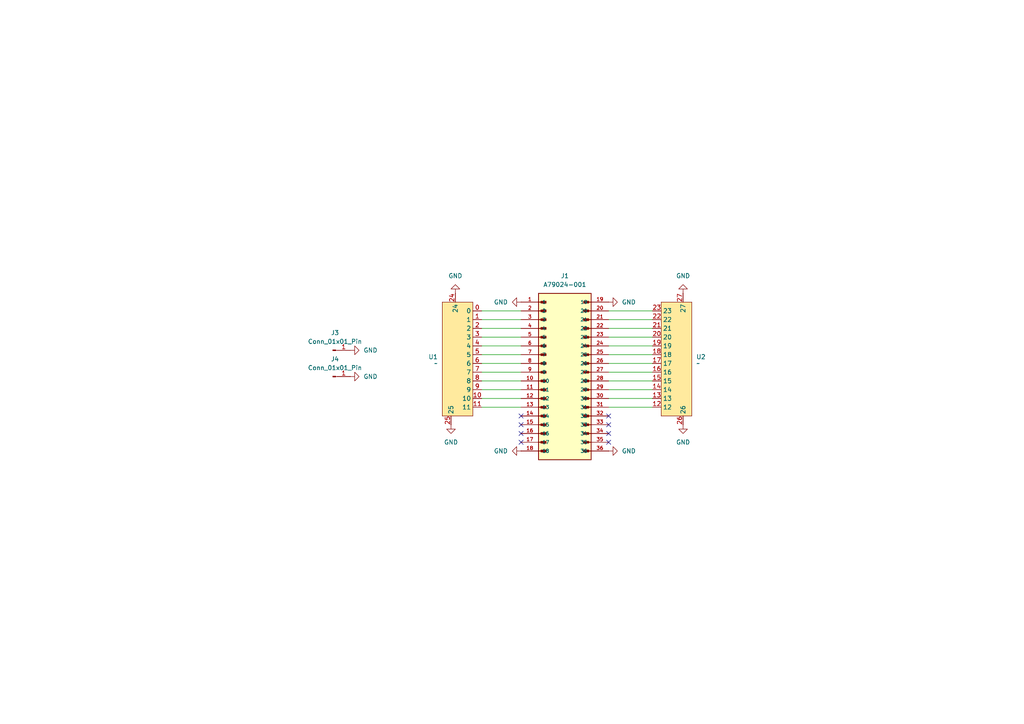
<source format=kicad_sch>
(kicad_sch
	(version 20250114)
	(generator "eeschema")
	(generator_version "9.0")
	(uuid "48b282e1-d1dc-4755-bd87-660842c9744a")
	(paper "A4")
	(lib_symbols
		(symbol "36pin omnetics:A79024-001"
			(pin_names
				(offset 1.016)
			)
			(exclude_from_sim no)
			(in_bom yes)
			(on_board yes)
			(property "Reference" "J"
				(at -7.62 24.13 0)
				(effects
					(font
						(size 1.27 1.27)
					)
					(justify left bottom)
				)
			)
			(property "Value" "A79024-001"
				(at -7.62 -27.94 0)
				(effects
					(font
						(size 1.27 1.27)
					)
					(justify left bottom)
				)
			)
			(property "Footprint" "A79024-001:OMNETICS_A79024-001"
				(at 0 0 0)
				(effects
					(font
						(size 1.27 1.27)
					)
					(justify bottom)
					(hide yes)
				)
			)
			(property "Datasheet" ""
				(at 0 0 0)
				(effects
					(font
						(size 1.27 1.27)
					)
					(hide yes)
				)
			)
			(property "Description" ""
				(at 0 0 0)
				(effects
					(font
						(size 1.27 1.27)
					)
					(hide yes)
				)
			)
			(property "PARTREV" "D"
				(at 0 0 0)
				(effects
					(font
						(size 1.27 1.27)
					)
					(justify bottom)
					(hide yes)
				)
			)
			(property "STANDARD" "Manufacturer Recommendations"
				(at 0 0 0)
				(effects
					(font
						(size 1.27 1.27)
					)
					(justify bottom)
					(hide yes)
				)
			)
			(property "MAXIMUM_PACKAGE_HEIGHT" "1.78mm"
				(at 0 0 0)
				(effects
					(font
						(size 1.27 1.27)
					)
					(justify bottom)
					(hide yes)
				)
			)
			(property "MANUFACTURER" "Omnetics"
				(at 0 0 0)
				(effects
					(font
						(size 1.27 1.27)
					)
					(justify bottom)
					(hide yes)
				)
			)
			(symbol "A79024-001_0_0"
				(polyline
					(pts
						(xy -7.62 20.32) (xy -5.715 20.32)
					)
					(stroke
						(width 0.254)
						(type default)
					)
					(fill
						(type none)
					)
				)
				(polyline
					(pts
						(xy -7.62 17.78) (xy -5.715 17.78)
					)
					(stroke
						(width 0.254)
						(type default)
					)
					(fill
						(type none)
					)
				)
				(polyline
					(pts
						(xy -7.62 15.24) (xy -5.715 15.24)
					)
					(stroke
						(width 0.254)
						(type default)
					)
					(fill
						(type none)
					)
				)
				(polyline
					(pts
						(xy -7.62 12.7) (xy -5.715 12.7)
					)
					(stroke
						(width 0.254)
						(type default)
					)
					(fill
						(type none)
					)
				)
				(polyline
					(pts
						(xy -7.62 10.16) (xy -5.715 10.16)
					)
					(stroke
						(width 0.254)
						(type default)
					)
					(fill
						(type none)
					)
				)
				(polyline
					(pts
						(xy -7.62 7.62) (xy -5.715 7.62)
					)
					(stroke
						(width 0.254)
						(type default)
					)
					(fill
						(type none)
					)
				)
				(polyline
					(pts
						(xy -7.62 5.08) (xy -5.715 5.08)
					)
					(stroke
						(width 0.254)
						(type default)
					)
					(fill
						(type none)
					)
				)
				(polyline
					(pts
						(xy -7.62 2.54) (xy -5.715 2.54)
					)
					(stroke
						(width 0.254)
						(type default)
					)
					(fill
						(type none)
					)
				)
				(polyline
					(pts
						(xy -7.62 0) (xy -5.715 0)
					)
					(stroke
						(width 0.254)
						(type default)
					)
					(fill
						(type none)
					)
				)
				(polyline
					(pts
						(xy -7.62 -2.54) (xy -5.715 -2.54)
					)
					(stroke
						(width 0.254)
						(type default)
					)
					(fill
						(type none)
					)
				)
				(polyline
					(pts
						(xy -7.62 -5.08) (xy -5.715 -5.08)
					)
					(stroke
						(width 0.254)
						(type default)
					)
					(fill
						(type none)
					)
				)
				(polyline
					(pts
						(xy -7.62 -7.62) (xy -5.715 -7.62)
					)
					(stroke
						(width 0.254)
						(type default)
					)
					(fill
						(type none)
					)
				)
				(polyline
					(pts
						(xy -7.62 -10.16) (xy -5.715 -10.16)
					)
					(stroke
						(width 0.254)
						(type default)
					)
					(fill
						(type none)
					)
				)
				(polyline
					(pts
						(xy -7.62 -12.7) (xy -5.715 -12.7)
					)
					(stroke
						(width 0.254)
						(type default)
					)
					(fill
						(type none)
					)
				)
				(polyline
					(pts
						(xy -7.62 -15.24) (xy -5.715 -15.24)
					)
					(stroke
						(width 0.254)
						(type default)
					)
					(fill
						(type none)
					)
				)
				(polyline
					(pts
						(xy -7.62 -17.78) (xy -5.715 -17.78)
					)
					(stroke
						(width 0.254)
						(type default)
					)
					(fill
						(type none)
					)
				)
				(polyline
					(pts
						(xy -7.62 -20.32) (xy -5.715 -20.32)
					)
					(stroke
						(width 0.254)
						(type default)
					)
					(fill
						(type none)
					)
				)
				(polyline
					(pts
						(xy -7.62 -22.86) (xy -5.715 -22.86)
					)
					(stroke
						(width 0.254)
						(type default)
					)
					(fill
						(type none)
					)
				)
				(rectangle
					(start -7.62 -25.4)
					(end 7.62 22.86)
					(stroke
						(width 0.254)
						(type default)
					)
					(fill
						(type background)
					)
				)
				(rectangle
					(start -6.985 20.0025)
					(end -5.3975 20.6375)
					(stroke
						(width 0.1)
						(type default)
					)
					(fill
						(type outline)
					)
				)
				(rectangle
					(start -6.985 17.4625)
					(end -5.3975 18.0975)
					(stroke
						(width 0.1)
						(type default)
					)
					(fill
						(type outline)
					)
				)
				(rectangle
					(start -6.985 14.9225)
					(end -5.3975 15.5575)
					(stroke
						(width 0.1)
						(type default)
					)
					(fill
						(type outline)
					)
				)
				(rectangle
					(start -6.985 12.3825)
					(end -5.3975 13.0175)
					(stroke
						(width 0.1)
						(type default)
					)
					(fill
						(type outline)
					)
				)
				(rectangle
					(start -6.985 9.8425)
					(end -5.3975 10.4775)
					(stroke
						(width 0.1)
						(type default)
					)
					(fill
						(type outline)
					)
				)
				(rectangle
					(start -6.985 7.3025)
					(end -5.3975 7.9375)
					(stroke
						(width 0.1)
						(type default)
					)
					(fill
						(type outline)
					)
				)
				(rectangle
					(start -6.985 4.7625)
					(end -5.3975 5.3975)
					(stroke
						(width 0.1)
						(type default)
					)
					(fill
						(type outline)
					)
				)
				(rectangle
					(start -6.985 2.2225)
					(end -5.3975 2.8575)
					(stroke
						(width 0.1)
						(type default)
					)
					(fill
						(type outline)
					)
				)
				(rectangle
					(start -6.985 -0.3175)
					(end -5.3975 0.3175)
					(stroke
						(width 0.1)
						(type default)
					)
					(fill
						(type outline)
					)
				)
				(rectangle
					(start -6.985 -2.8575)
					(end -5.3975 -2.2225)
					(stroke
						(width 0.1)
						(type default)
					)
					(fill
						(type outline)
					)
				)
				(rectangle
					(start -6.985 -5.3975)
					(end -5.3975 -4.7625)
					(stroke
						(width 0.1)
						(type default)
					)
					(fill
						(type outline)
					)
				)
				(rectangle
					(start -6.985 -7.9375)
					(end -5.3975 -7.3025)
					(stroke
						(width 0.1)
						(type default)
					)
					(fill
						(type outline)
					)
				)
				(rectangle
					(start -6.985 -10.4775)
					(end -5.3975 -9.8425)
					(stroke
						(width 0.1)
						(type default)
					)
					(fill
						(type outline)
					)
				)
				(rectangle
					(start -6.985 -13.0175)
					(end -5.3975 -12.3825)
					(stroke
						(width 0.1)
						(type default)
					)
					(fill
						(type outline)
					)
				)
				(rectangle
					(start -6.985 -15.5575)
					(end -5.3975 -14.9225)
					(stroke
						(width 0.1)
						(type default)
					)
					(fill
						(type outline)
					)
				)
				(rectangle
					(start -6.985 -18.0975)
					(end -5.3975 -17.4625)
					(stroke
						(width 0.1)
						(type default)
					)
					(fill
						(type outline)
					)
				)
				(rectangle
					(start -6.985 -20.6375)
					(end -5.3975 -20.0025)
					(stroke
						(width 0.1)
						(type default)
					)
					(fill
						(type outline)
					)
				)
				(rectangle
					(start -6.985 -23.1775)
					(end -5.3975 -22.5425)
					(stroke
						(width 0.1)
						(type default)
					)
					(fill
						(type outline)
					)
				)
				(rectangle
					(start 5.3975 20.0025)
					(end 6.985 20.6375)
					(stroke
						(width 0.1)
						(type default)
					)
					(fill
						(type outline)
					)
				)
				(rectangle
					(start 5.3975 17.4625)
					(end 6.985 18.0975)
					(stroke
						(width 0.1)
						(type default)
					)
					(fill
						(type outline)
					)
				)
				(rectangle
					(start 5.3975 14.9225)
					(end 6.985 15.5575)
					(stroke
						(width 0.1)
						(type default)
					)
					(fill
						(type outline)
					)
				)
				(rectangle
					(start 5.3975 12.3825)
					(end 6.985 13.0175)
					(stroke
						(width 0.1)
						(type default)
					)
					(fill
						(type outline)
					)
				)
				(rectangle
					(start 5.3975 9.8425)
					(end 6.985 10.4775)
					(stroke
						(width 0.1)
						(type default)
					)
					(fill
						(type outline)
					)
				)
				(rectangle
					(start 5.3975 7.3025)
					(end 6.985 7.9375)
					(stroke
						(width 0.1)
						(type default)
					)
					(fill
						(type outline)
					)
				)
				(rectangle
					(start 5.3975 4.7625)
					(end 6.985 5.3975)
					(stroke
						(width 0.1)
						(type default)
					)
					(fill
						(type outline)
					)
				)
				(rectangle
					(start 5.3975 2.2225)
					(end 6.985 2.8575)
					(stroke
						(width 0.1)
						(type default)
					)
					(fill
						(type outline)
					)
				)
				(rectangle
					(start 5.3975 -0.3175)
					(end 6.985 0.3175)
					(stroke
						(width 0.1)
						(type default)
					)
					(fill
						(type outline)
					)
				)
				(rectangle
					(start 5.3975 -2.8575)
					(end 6.985 -2.2225)
					(stroke
						(width 0.1)
						(type default)
					)
					(fill
						(type outline)
					)
				)
				(rectangle
					(start 5.3975 -5.3975)
					(end 6.985 -4.7625)
					(stroke
						(width 0.1)
						(type default)
					)
					(fill
						(type outline)
					)
				)
				(rectangle
					(start 5.3975 -7.9375)
					(end 6.985 -7.3025)
					(stroke
						(width 0.1)
						(type default)
					)
					(fill
						(type outline)
					)
				)
				(rectangle
					(start 5.3975 -10.4775)
					(end 6.985 -9.8425)
					(stroke
						(width 0.1)
						(type default)
					)
					(fill
						(type outline)
					)
				)
				(rectangle
					(start 5.3975 -13.0175)
					(end 6.985 -12.3825)
					(stroke
						(width 0.1)
						(type default)
					)
					(fill
						(type outline)
					)
				)
				(rectangle
					(start 5.3975 -15.5575)
					(end 6.985 -14.9225)
					(stroke
						(width 0.1)
						(type default)
					)
					(fill
						(type outline)
					)
				)
				(rectangle
					(start 5.3975 -18.0975)
					(end 6.985 -17.4625)
					(stroke
						(width 0.1)
						(type default)
					)
					(fill
						(type outline)
					)
				)
				(rectangle
					(start 5.3975 -20.6375)
					(end 6.985 -20.0025)
					(stroke
						(width 0.1)
						(type default)
					)
					(fill
						(type outline)
					)
				)
				(rectangle
					(start 5.3975 -23.1775)
					(end 6.985 -22.5425)
					(stroke
						(width 0.1)
						(type default)
					)
					(fill
						(type outline)
					)
				)
				(polyline
					(pts
						(xy 7.62 20.32) (xy 5.715 20.32)
					)
					(stroke
						(width 0.254)
						(type default)
					)
					(fill
						(type none)
					)
				)
				(polyline
					(pts
						(xy 7.62 17.78) (xy 5.715 17.78)
					)
					(stroke
						(width 0.254)
						(type default)
					)
					(fill
						(type none)
					)
				)
				(polyline
					(pts
						(xy 7.62 15.24) (xy 5.715 15.24)
					)
					(stroke
						(width 0.254)
						(type default)
					)
					(fill
						(type none)
					)
				)
				(polyline
					(pts
						(xy 7.62 12.7) (xy 5.715 12.7)
					)
					(stroke
						(width 0.254)
						(type default)
					)
					(fill
						(type none)
					)
				)
				(polyline
					(pts
						(xy 7.62 10.16) (xy 5.715 10.16)
					)
					(stroke
						(width 0.254)
						(type default)
					)
					(fill
						(type none)
					)
				)
				(polyline
					(pts
						(xy 7.62 7.62) (xy 5.715 7.62)
					)
					(stroke
						(width 0.254)
						(type default)
					)
					(fill
						(type none)
					)
				)
				(polyline
					(pts
						(xy 7.62 5.08) (xy 5.715 5.08)
					)
					(stroke
						(width 0.254)
						(type default)
					)
					(fill
						(type none)
					)
				)
				(polyline
					(pts
						(xy 7.62 2.54) (xy 5.715 2.54)
					)
					(stroke
						(width 0.254)
						(type default)
					)
					(fill
						(type none)
					)
				)
				(polyline
					(pts
						(xy 7.62 0) (xy 5.715 0)
					)
					(stroke
						(width 0.254)
						(type default)
					)
					(fill
						(type none)
					)
				)
				(polyline
					(pts
						(xy 7.62 -2.54) (xy 5.715 -2.54)
					)
					(stroke
						(width 0.254)
						(type default)
					)
					(fill
						(type none)
					)
				)
				(polyline
					(pts
						(xy 7.62 -5.08) (xy 5.715 -5.08)
					)
					(stroke
						(width 0.254)
						(type default)
					)
					(fill
						(type none)
					)
				)
				(polyline
					(pts
						(xy 7.62 -7.62) (xy 5.715 -7.62)
					)
					(stroke
						(width 0.254)
						(type default)
					)
					(fill
						(type none)
					)
				)
				(polyline
					(pts
						(xy 7.62 -10.16) (xy 5.715 -10.16)
					)
					(stroke
						(width 0.254)
						(type default)
					)
					(fill
						(type none)
					)
				)
				(polyline
					(pts
						(xy 7.62 -12.7) (xy 5.715 -12.7)
					)
					(stroke
						(width 0.254)
						(type default)
					)
					(fill
						(type none)
					)
				)
				(polyline
					(pts
						(xy 7.62 -15.24) (xy 5.715 -15.24)
					)
					(stroke
						(width 0.254)
						(type default)
					)
					(fill
						(type none)
					)
				)
				(polyline
					(pts
						(xy 7.62 -17.78) (xy 5.715 -17.78)
					)
					(stroke
						(width 0.254)
						(type default)
					)
					(fill
						(type none)
					)
				)
				(polyline
					(pts
						(xy 7.62 -20.32) (xy 5.715 -20.32)
					)
					(stroke
						(width 0.254)
						(type default)
					)
					(fill
						(type none)
					)
				)
				(polyline
					(pts
						(xy 7.62 -22.86) (xy 5.715 -22.86)
					)
					(stroke
						(width 0.254)
						(type default)
					)
					(fill
						(type none)
					)
				)
				(pin passive line
					(at -12.7 20.32 0)
					(length 5.08)
					(name "1"
						(effects
							(font
								(size 1.016 1.016)
							)
						)
					)
					(number "1"
						(effects
							(font
								(size 1.016 1.016)
							)
						)
					)
				)
				(pin passive line
					(at -12.7 17.78 0)
					(length 5.08)
					(name "2"
						(effects
							(font
								(size 1.016 1.016)
							)
						)
					)
					(number "2"
						(effects
							(font
								(size 1.016 1.016)
							)
						)
					)
				)
				(pin passive line
					(at -12.7 15.24 0)
					(length 5.08)
					(name "3"
						(effects
							(font
								(size 1.016 1.016)
							)
						)
					)
					(number "3"
						(effects
							(font
								(size 1.016 1.016)
							)
						)
					)
				)
				(pin passive line
					(at -12.7 12.7 0)
					(length 5.08)
					(name "4"
						(effects
							(font
								(size 1.016 1.016)
							)
						)
					)
					(number "4"
						(effects
							(font
								(size 1.016 1.016)
							)
						)
					)
				)
				(pin passive line
					(at -12.7 10.16 0)
					(length 5.08)
					(name "5"
						(effects
							(font
								(size 1.016 1.016)
							)
						)
					)
					(number "5"
						(effects
							(font
								(size 1.016 1.016)
							)
						)
					)
				)
				(pin passive line
					(at -12.7 7.62 0)
					(length 5.08)
					(name "6"
						(effects
							(font
								(size 1.016 1.016)
							)
						)
					)
					(number "6"
						(effects
							(font
								(size 1.016 1.016)
							)
						)
					)
				)
				(pin passive line
					(at -12.7 5.08 0)
					(length 5.08)
					(name "7"
						(effects
							(font
								(size 1.016 1.016)
							)
						)
					)
					(number "7"
						(effects
							(font
								(size 1.016 1.016)
							)
						)
					)
				)
				(pin passive line
					(at -12.7 2.54 0)
					(length 5.08)
					(name "8"
						(effects
							(font
								(size 1.016 1.016)
							)
						)
					)
					(number "8"
						(effects
							(font
								(size 1.016 1.016)
							)
						)
					)
				)
				(pin passive line
					(at -12.7 0 0)
					(length 5.08)
					(name "9"
						(effects
							(font
								(size 1.016 1.016)
							)
						)
					)
					(number "9"
						(effects
							(font
								(size 1.016 1.016)
							)
						)
					)
				)
				(pin passive line
					(at -12.7 -2.54 0)
					(length 5.08)
					(name "10"
						(effects
							(font
								(size 1.016 1.016)
							)
						)
					)
					(number "10"
						(effects
							(font
								(size 1.016 1.016)
							)
						)
					)
				)
				(pin passive line
					(at -12.7 -5.08 0)
					(length 5.08)
					(name "11"
						(effects
							(font
								(size 1.016 1.016)
							)
						)
					)
					(number "11"
						(effects
							(font
								(size 1.016 1.016)
							)
						)
					)
				)
				(pin passive line
					(at -12.7 -7.62 0)
					(length 5.08)
					(name "12"
						(effects
							(font
								(size 1.016 1.016)
							)
						)
					)
					(number "12"
						(effects
							(font
								(size 1.016 1.016)
							)
						)
					)
				)
				(pin passive line
					(at -12.7 -10.16 0)
					(length 5.08)
					(name "13"
						(effects
							(font
								(size 1.016 1.016)
							)
						)
					)
					(number "13"
						(effects
							(font
								(size 1.016 1.016)
							)
						)
					)
				)
				(pin passive line
					(at -12.7 -12.7 0)
					(length 5.08)
					(name "14"
						(effects
							(font
								(size 1.016 1.016)
							)
						)
					)
					(number "14"
						(effects
							(font
								(size 1.016 1.016)
							)
						)
					)
				)
				(pin passive line
					(at -12.7 -15.24 0)
					(length 5.08)
					(name "15"
						(effects
							(font
								(size 1.016 1.016)
							)
						)
					)
					(number "15"
						(effects
							(font
								(size 1.016 1.016)
							)
						)
					)
				)
				(pin passive line
					(at -12.7 -17.78 0)
					(length 5.08)
					(name "16"
						(effects
							(font
								(size 1.016 1.016)
							)
						)
					)
					(number "16"
						(effects
							(font
								(size 1.016 1.016)
							)
						)
					)
				)
				(pin passive line
					(at -12.7 -20.32 0)
					(length 5.08)
					(name "17"
						(effects
							(font
								(size 1.016 1.016)
							)
						)
					)
					(number "17"
						(effects
							(font
								(size 1.016 1.016)
							)
						)
					)
				)
				(pin passive line
					(at -12.7 -22.86 0)
					(length 5.08)
					(name "18"
						(effects
							(font
								(size 1.016 1.016)
							)
						)
					)
					(number "18"
						(effects
							(font
								(size 1.016 1.016)
							)
						)
					)
				)
				(pin passive line
					(at 12.7 20.32 180)
					(length 5.08)
					(name "19"
						(effects
							(font
								(size 1.016 1.016)
							)
						)
					)
					(number "19"
						(effects
							(font
								(size 1.016 1.016)
							)
						)
					)
				)
				(pin passive line
					(at 12.7 17.78 180)
					(length 5.08)
					(name "20"
						(effects
							(font
								(size 1.016 1.016)
							)
						)
					)
					(number "20"
						(effects
							(font
								(size 1.016 1.016)
							)
						)
					)
				)
				(pin passive line
					(at 12.7 15.24 180)
					(length 5.08)
					(name "21"
						(effects
							(font
								(size 1.016 1.016)
							)
						)
					)
					(number "21"
						(effects
							(font
								(size 1.016 1.016)
							)
						)
					)
				)
				(pin passive line
					(at 12.7 12.7 180)
					(length 5.08)
					(name "22"
						(effects
							(font
								(size 1.016 1.016)
							)
						)
					)
					(number "22"
						(effects
							(font
								(size 1.016 1.016)
							)
						)
					)
				)
				(pin passive line
					(at 12.7 10.16 180)
					(length 5.08)
					(name "23"
						(effects
							(font
								(size 1.016 1.016)
							)
						)
					)
					(number "23"
						(effects
							(font
								(size 1.016 1.016)
							)
						)
					)
				)
				(pin passive line
					(at 12.7 7.62 180)
					(length 5.08)
					(name "24"
						(effects
							(font
								(size 1.016 1.016)
							)
						)
					)
					(number "24"
						(effects
							(font
								(size 1.016 1.016)
							)
						)
					)
				)
				(pin passive line
					(at 12.7 5.08 180)
					(length 5.08)
					(name "25"
						(effects
							(font
								(size 1.016 1.016)
							)
						)
					)
					(number "25"
						(effects
							(font
								(size 1.016 1.016)
							)
						)
					)
				)
				(pin passive line
					(at 12.7 2.54 180)
					(length 5.08)
					(name "26"
						(effects
							(font
								(size 1.016 1.016)
							)
						)
					)
					(number "26"
						(effects
							(font
								(size 1.016 1.016)
							)
						)
					)
				)
				(pin passive line
					(at 12.7 0 180)
					(length 5.08)
					(name "27"
						(effects
							(font
								(size 1.016 1.016)
							)
						)
					)
					(number "27"
						(effects
							(font
								(size 1.016 1.016)
							)
						)
					)
				)
				(pin passive line
					(at 12.7 -2.54 180)
					(length 5.08)
					(name "28"
						(effects
							(font
								(size 1.016 1.016)
							)
						)
					)
					(number "28"
						(effects
							(font
								(size 1.016 1.016)
							)
						)
					)
				)
				(pin passive line
					(at 12.7 -5.08 180)
					(length 5.08)
					(name "29"
						(effects
							(font
								(size 1.016 1.016)
							)
						)
					)
					(number "29"
						(effects
							(font
								(size 1.016 1.016)
							)
						)
					)
				)
				(pin passive line
					(at 12.7 -7.62 180)
					(length 5.08)
					(name "30"
						(effects
							(font
								(size 1.016 1.016)
							)
						)
					)
					(number "30"
						(effects
							(font
								(size 1.016 1.016)
							)
						)
					)
				)
				(pin passive line
					(at 12.7 -10.16 180)
					(length 5.08)
					(name "31"
						(effects
							(font
								(size 1.016 1.016)
							)
						)
					)
					(number "31"
						(effects
							(font
								(size 1.016 1.016)
							)
						)
					)
				)
				(pin passive line
					(at 12.7 -12.7 180)
					(length 5.08)
					(name "32"
						(effects
							(font
								(size 1.016 1.016)
							)
						)
					)
					(number "32"
						(effects
							(font
								(size 1.016 1.016)
							)
						)
					)
				)
				(pin passive line
					(at 12.7 -15.24 180)
					(length 5.08)
					(name "33"
						(effects
							(font
								(size 1.016 1.016)
							)
						)
					)
					(number "33"
						(effects
							(font
								(size 1.016 1.016)
							)
						)
					)
				)
				(pin passive line
					(at 12.7 -17.78 180)
					(length 5.08)
					(name "34"
						(effects
							(font
								(size 1.016 1.016)
							)
						)
					)
					(number "34"
						(effects
							(font
								(size 1.016 1.016)
							)
						)
					)
				)
				(pin passive line
					(at 12.7 -20.32 180)
					(length 5.08)
					(name "35"
						(effects
							(font
								(size 1.016 1.016)
							)
						)
					)
					(number "35"
						(effects
							(font
								(size 1.016 1.016)
							)
						)
					)
				)
				(pin passive line
					(at 12.7 -22.86 180)
					(length 5.08)
					(name "36"
						(effects
							(font
								(size 1.016 1.016)
							)
						)
					)
					(number "36"
						(effects
							(font
								(size 1.016 1.016)
							)
						)
					)
				)
			)
			(embedded_fonts no)
		)
		(symbol "Connector:Conn_01x01_Pin"
			(pin_names
				(offset 1.016)
				(hide yes)
			)
			(exclude_from_sim no)
			(in_bom yes)
			(on_board yes)
			(property "Reference" "J"
				(at 0 2.54 0)
				(effects
					(font
						(size 1.27 1.27)
					)
				)
			)
			(property "Value" "Conn_01x01_Pin"
				(at 0 -2.54 0)
				(effects
					(font
						(size 1.27 1.27)
					)
				)
			)
			(property "Footprint" ""
				(at 0 0 0)
				(effects
					(font
						(size 1.27 1.27)
					)
					(hide yes)
				)
			)
			(property "Datasheet" "~"
				(at 0 0 0)
				(effects
					(font
						(size 1.27 1.27)
					)
					(hide yes)
				)
			)
			(property "Description" "Generic connector, single row, 01x01, script generated"
				(at 0 0 0)
				(effects
					(font
						(size 1.27 1.27)
					)
					(hide yes)
				)
			)
			(property "ki_locked" ""
				(at 0 0 0)
				(effects
					(font
						(size 1.27 1.27)
					)
				)
			)
			(property "ki_keywords" "connector"
				(at 0 0 0)
				(effects
					(font
						(size 1.27 1.27)
					)
					(hide yes)
				)
			)
			(property "ki_fp_filters" "Connector*:*_1x??_*"
				(at 0 0 0)
				(effects
					(font
						(size 1.27 1.27)
					)
					(hide yes)
				)
			)
			(symbol "Conn_01x01_Pin_1_1"
				(rectangle
					(start 0.8636 0.127)
					(end 0 -0.127)
					(stroke
						(width 0.1524)
						(type default)
					)
					(fill
						(type outline)
					)
				)
				(polyline
					(pts
						(xy 1.27 0) (xy 0.8636 0)
					)
					(stroke
						(width 0.1524)
						(type default)
					)
					(fill
						(type none)
					)
				)
				(pin passive line
					(at 5.08 0 180)
					(length 3.81)
					(name "Pin_1"
						(effects
							(font
								(size 1.27 1.27)
							)
						)
					)
					(number "1"
						(effects
							(font
								(size 1.27 1.27)
							)
						)
					)
				)
			)
			(embedded_fonts no)
		)
		(symbol "USB plug:699C124-2A6-111_USB_first half"
			(exclude_from_sim no)
			(in_bom yes)
			(on_board yes)
			(property "Reference" "U1"
				(at -1.27 -15.8749 0)
				(effects
					(font
						(size 1.27 1.27)
					)
					(justify right)
				)
			)
			(property "Value" "~"
				(at -1.27 -17.78 0)
				(effects
					(font
						(size 1.27 1.27)
					)
					(justify right)
				)
			)
			(property "Footprint" "USBPlug:699C124-2A6-111 USB Plug_first half"
				(at -1.27 -34.29 0)
				(effects
					(font
						(size 1.27 1.27)
					)
					(hide yes)
				)
			)
			(property "Datasheet" ""
				(at 0 0 0)
				(effects
					(font
						(size 1.27 1.27)
					)
					(hide yes)
				)
			)
			(property "Description" ""
				(at 0 0 0)
				(effects
					(font
						(size 1.27 1.27)
					)
					(hide yes)
				)
			)
			(symbol "699C124-2A6-111_USB_first half_1_1"
				(rectangle
					(start 0 0)
					(end 8.89 -33.02)
					(stroke
						(width 0)
						(type solid)
					)
					(fill
						(type color)
						(color 255 234 158 1)
					)
				)
				(pin unspecified line
					(at 2.54 -35.56 90)
					(length 2.54)
					(name "25"
						(effects
							(font
								(size 1.27 1.27)
							)
						)
					)
					(number "25"
						(effects
							(font
								(size 1.27 1.27)
							)
						)
					)
				)
				(pin unspecified line
					(at 3.81 2.54 270)
					(length 2.54)
					(name "24"
						(effects
							(font
								(size 1.27 1.27)
							)
						)
					)
					(number "24"
						(effects
							(font
								(size 1.27 1.27)
							)
						)
					)
				)
				(pin unspecified line
					(at 11.43 -2.54 180)
					(length 2.54)
					(name "0"
						(effects
							(font
								(size 1.27 1.27)
							)
						)
					)
					(number "0"
						(effects
							(font
								(size 1.27 1.27)
							)
						)
					)
				)
				(pin unspecified line
					(at 11.43 -5.08 180)
					(length 2.54)
					(name "1"
						(effects
							(font
								(size 1.27 1.27)
							)
						)
					)
					(number "1"
						(effects
							(font
								(size 1.27 1.27)
							)
						)
					)
				)
				(pin unspecified line
					(at 11.43 -7.62 180)
					(length 2.54)
					(name "2"
						(effects
							(font
								(size 1.27 1.27)
							)
						)
					)
					(number "2"
						(effects
							(font
								(size 1.27 1.27)
							)
						)
					)
				)
				(pin unspecified line
					(at 11.43 -10.16 180)
					(length 2.54)
					(name "3"
						(effects
							(font
								(size 1.27 1.27)
							)
						)
					)
					(number "3"
						(effects
							(font
								(size 1.27 1.27)
							)
						)
					)
				)
				(pin unspecified line
					(at 11.43 -12.7 180)
					(length 2.54)
					(name "4"
						(effects
							(font
								(size 1.27 1.27)
							)
						)
					)
					(number "4"
						(effects
							(font
								(size 1.27 1.27)
							)
						)
					)
				)
				(pin unspecified line
					(at 11.43 -15.24 180)
					(length 2.54)
					(name "5"
						(effects
							(font
								(size 1.27 1.27)
							)
						)
					)
					(number "5"
						(effects
							(font
								(size 1.27 1.27)
							)
						)
					)
				)
				(pin unspecified line
					(at 11.43 -17.78 180)
					(length 2.54)
					(name "6"
						(effects
							(font
								(size 1.27 1.27)
							)
						)
					)
					(number "6"
						(effects
							(font
								(size 1.27 1.27)
							)
						)
					)
				)
				(pin unspecified line
					(at 11.43 -20.32 180)
					(length 2.54)
					(name "7"
						(effects
							(font
								(size 1.27 1.27)
							)
						)
					)
					(number "7"
						(effects
							(font
								(size 1.27 1.27)
							)
						)
					)
				)
				(pin unspecified line
					(at 11.43 -22.86 180)
					(length 2.54)
					(name "8"
						(effects
							(font
								(size 1.27 1.27)
							)
						)
					)
					(number "8"
						(effects
							(font
								(size 1.27 1.27)
							)
						)
					)
				)
				(pin unspecified line
					(at 11.43 -25.4 180)
					(length 2.54)
					(name "9"
						(effects
							(font
								(size 1.27 1.27)
							)
						)
					)
					(number "9"
						(effects
							(font
								(size 1.27 1.27)
							)
						)
					)
				)
				(pin unspecified line
					(at 11.43 -27.94 180)
					(length 2.54)
					(name "10"
						(effects
							(font
								(size 1.27 1.27)
							)
						)
					)
					(number "10"
						(effects
							(font
								(size 1.27 1.27)
							)
						)
					)
				)
				(pin unspecified line
					(at 11.43 -30.48 180)
					(length 2.54)
					(name "11"
						(effects
							(font
								(size 1.27 1.27)
							)
						)
					)
					(number "11"
						(effects
							(font
								(size 1.27 1.27)
							)
						)
					)
				)
			)
			(embedded_fonts no)
		)
		(symbol "USB plug:699C124-2A6-111_USB_second_half"
			(exclude_from_sim no)
			(in_bom yes)
			(on_board yes)
			(property "Reference" "U2"
				(at 1.27 -15.8749 0)
				(effects
					(font
						(size 1.27 1.27)
					)
					(justify left)
				)
			)
			(property "Value" "~"
				(at 1.27 -17.78 0)
				(effects
					(font
						(size 1.27 1.27)
					)
					(justify left)
				)
			)
			(property "Footprint" "USBPlug:699C124-2A6-111 USB Plug_second half"
				(at -1.27 -34.29 0)
				(effects
					(font
						(size 1.27 1.27)
					)
					(hide yes)
				)
			)
			(property "Datasheet" ""
				(at 0 0 0)
				(effects
					(font
						(size 1.27 1.27)
					)
					(hide yes)
				)
			)
			(property "Description" ""
				(at 0 0 0)
				(effects
					(font
						(size 1.27 1.27)
					)
					(hide yes)
				)
			)
			(symbol "699C124-2A6-111_USB_second_half_1_1"
				(rectangle
					(start -8.89 0)
					(end 0 -33.02)
					(stroke
						(width 0)
						(type solid)
					)
					(fill
						(type color)
						(color 255 234 158 1)
					)
				)
				(pin unspecified line
					(at -11.43 -2.54 0)
					(length 2.54)
					(name "12"
						(effects
							(font
								(size 1.27 1.27)
							)
						)
					)
					(number "12"
						(effects
							(font
								(size 1.27 1.27)
							)
						)
					)
				)
				(pin unspecified line
					(at -11.43 -5.08 0)
					(length 2.54)
					(name "13"
						(effects
							(font
								(size 1.27 1.27)
							)
						)
					)
					(number "13"
						(effects
							(font
								(size 1.27 1.27)
							)
						)
					)
				)
				(pin unspecified line
					(at -11.43 -7.62 0)
					(length 2.54)
					(name "14"
						(effects
							(font
								(size 1.27 1.27)
							)
						)
					)
					(number "14"
						(effects
							(font
								(size 1.27 1.27)
							)
						)
					)
				)
				(pin unspecified line
					(at -11.43 -10.16 0)
					(length 2.54)
					(name "15"
						(effects
							(font
								(size 1.27 1.27)
							)
						)
					)
					(number "15"
						(effects
							(font
								(size 1.27 1.27)
							)
						)
					)
				)
				(pin unspecified line
					(at -11.43 -12.7 0)
					(length 2.54)
					(name "16"
						(effects
							(font
								(size 1.27 1.27)
							)
						)
					)
					(number "16"
						(effects
							(font
								(size 1.27 1.27)
							)
						)
					)
				)
				(pin unspecified line
					(at -11.43 -15.24 0)
					(length 2.54)
					(name "17"
						(effects
							(font
								(size 1.27 1.27)
							)
						)
					)
					(number "17"
						(effects
							(font
								(size 1.27 1.27)
							)
						)
					)
				)
				(pin unspecified line
					(at -11.43 -17.78 0)
					(length 2.54)
					(name "18"
						(effects
							(font
								(size 1.27 1.27)
							)
						)
					)
					(number "18"
						(effects
							(font
								(size 1.27 1.27)
							)
						)
					)
				)
				(pin unspecified line
					(at -11.43 -20.32 0)
					(length 2.54)
					(name "19"
						(effects
							(font
								(size 1.27 1.27)
							)
						)
					)
					(number "19"
						(effects
							(font
								(size 1.27 1.27)
							)
						)
					)
				)
				(pin unspecified line
					(at -11.43 -22.86 0)
					(length 2.54)
					(name "20"
						(effects
							(font
								(size 1.27 1.27)
							)
						)
					)
					(number "20"
						(effects
							(font
								(size 1.27 1.27)
							)
						)
					)
				)
				(pin unspecified line
					(at -11.43 -25.4 0)
					(length 2.54)
					(name "21"
						(effects
							(font
								(size 1.27 1.27)
							)
						)
					)
					(number "21"
						(effects
							(font
								(size 1.27 1.27)
							)
						)
					)
				)
				(pin unspecified line
					(at -11.43 -27.94 0)
					(length 2.54)
					(name "22"
						(effects
							(font
								(size 1.27 1.27)
							)
						)
					)
					(number "22"
						(effects
							(font
								(size 1.27 1.27)
							)
						)
					)
				)
				(pin unspecified line
					(at -11.43 -30.48 0)
					(length 2.54)
					(name "23"
						(effects
							(font
								(size 1.27 1.27)
							)
						)
					)
					(number "23"
						(effects
							(font
								(size 1.27 1.27)
							)
						)
					)
				)
				(pin unspecified line
					(at -2.54 2.54 270)
					(length 2.54)
					(name "26"
						(effects
							(font
								(size 1.27 1.27)
							)
						)
					)
					(number "26"
						(effects
							(font
								(size 1.27 1.27)
							)
						)
					)
				)
				(pin unspecified line
					(at -2.54 -35.56 90)
					(length 2.54)
					(name "27"
						(effects
							(font
								(size 1.27 1.27)
							)
						)
					)
					(number "27"
						(effects
							(font
								(size 1.27 1.27)
							)
						)
					)
				)
			)
			(embedded_fonts no)
		)
		(symbol "power:GND"
			(power)
			(pin_numbers
				(hide yes)
			)
			(pin_names
				(offset 0)
				(hide yes)
			)
			(exclude_from_sim no)
			(in_bom yes)
			(on_board yes)
			(property "Reference" "#PWR"
				(at 0 -6.35 0)
				(effects
					(font
						(size 1.27 1.27)
					)
					(hide yes)
				)
			)
			(property "Value" "GND"
				(at 0 -3.81 0)
				(effects
					(font
						(size 1.27 1.27)
					)
				)
			)
			(property "Footprint" ""
				(at 0 0 0)
				(effects
					(font
						(size 1.27 1.27)
					)
					(hide yes)
				)
			)
			(property "Datasheet" ""
				(at 0 0 0)
				(effects
					(font
						(size 1.27 1.27)
					)
					(hide yes)
				)
			)
			(property "Description" "Power symbol creates a global label with name \"GND\" , ground"
				(at 0 0 0)
				(effects
					(font
						(size 1.27 1.27)
					)
					(hide yes)
				)
			)
			(property "ki_keywords" "global power"
				(at 0 0 0)
				(effects
					(font
						(size 1.27 1.27)
					)
					(hide yes)
				)
			)
			(symbol "GND_0_1"
				(polyline
					(pts
						(xy 0 0) (xy 0 -1.27) (xy 1.27 -1.27) (xy 0 -2.54) (xy -1.27 -1.27) (xy 0 -1.27)
					)
					(stroke
						(width 0)
						(type default)
					)
					(fill
						(type none)
					)
				)
			)
			(symbol "GND_1_1"
				(pin power_in line
					(at 0 0 270)
					(length 0)
					(name "~"
						(effects
							(font
								(size 1.27 1.27)
							)
						)
					)
					(number "1"
						(effects
							(font
								(size 1.27 1.27)
							)
						)
					)
				)
			)
			(embedded_fonts no)
		)
	)
	(no_connect
		(at 151.13 128.27)
		(uuid "04db54dc-3b25-4853-92ac-7bda23be0783")
	)
	(no_connect
		(at 151.13 123.19)
		(uuid "0551d737-75ba-4540-b691-36c64aab05a8")
	)
	(no_connect
		(at 176.53 125.73)
		(uuid "1df437b3-da60-4d2a-9aae-577aae521475")
	)
	(no_connect
		(at 176.53 123.19)
		(uuid "3cf9b517-0538-484b-916f-f779745db7ff")
	)
	(no_connect
		(at 176.53 120.65)
		(uuid "4640d923-8766-4ee3-b6c6-33c6b5481c5d")
	)
	(no_connect
		(at 151.13 120.65)
		(uuid "a11e80e3-26ab-4a39-8ff5-bb1639ca64bc")
	)
	(no_connect
		(at 151.13 125.73)
		(uuid "ae782b8c-4090-4793-8e01-346588324b9b")
	)
	(no_connect
		(at 176.53 128.27)
		(uuid "b62c282c-e944-4bb0-9d74-bd6c8ef9ef4a")
	)
	(wire
		(pts
			(xy 176.53 105.41) (xy 189.23 105.41)
		)
		(stroke
			(width 0)
			(type default)
		)
		(uuid "013a95db-229f-4e53-81ec-c6fe6e03c3dc")
	)
	(wire
		(pts
			(xy 139.7 115.57) (xy 151.13 115.57)
		)
		(stroke
			(width 0)
			(type default)
		)
		(uuid "07ac7072-bf4e-493b-9a2f-83fe3d00ff97")
	)
	(wire
		(pts
			(xy 176.53 90.17) (xy 189.23 90.17)
		)
		(stroke
			(width 0)
			(type default)
		)
		(uuid "0b02321e-3eeb-40d6-9b75-a15c386e05a2")
	)
	(wire
		(pts
			(xy 139.7 110.49) (xy 151.13 110.49)
		)
		(stroke
			(width 0)
			(type default)
		)
		(uuid "1e331391-a4d3-4785-ad25-a700c1795034")
	)
	(wire
		(pts
			(xy 139.7 118.11) (xy 151.13 118.11)
		)
		(stroke
			(width 0)
			(type default)
		)
		(uuid "2bcfe5be-10cd-46f7-b446-7896040e884c")
	)
	(wire
		(pts
			(xy 139.7 105.41) (xy 151.13 105.41)
		)
		(stroke
			(width 0)
			(type default)
		)
		(uuid "2c6b8945-8c94-44d9-aa73-a3862ec5e23e")
	)
	(wire
		(pts
			(xy 139.7 97.79) (xy 151.13 97.79)
		)
		(stroke
			(width 0)
			(type default)
		)
		(uuid "2d5b10b9-4e08-4cc5-a7ff-085734da19c7")
	)
	(wire
		(pts
			(xy 139.7 100.33) (xy 151.13 100.33)
		)
		(stroke
			(width 0)
			(type default)
		)
		(uuid "4fe1f9a3-8456-41ee-ab05-4f59e7e3766d")
	)
	(wire
		(pts
			(xy 139.7 102.87) (xy 151.13 102.87)
		)
		(stroke
			(width 0)
			(type default)
		)
		(uuid "78ec1c12-56ef-4a6c-a583-c73d800e7fbb")
	)
	(wire
		(pts
			(xy 176.53 100.33) (xy 189.23 100.33)
		)
		(stroke
			(width 0)
			(type default)
		)
		(uuid "7959cb79-c0c2-4b10-a33f-cb6cee6ed752")
	)
	(wire
		(pts
			(xy 176.53 102.87) (xy 189.23 102.87)
		)
		(stroke
			(width 0)
			(type default)
		)
		(uuid "831a3663-1649-4edd-81dc-f17c6eedf0a8")
	)
	(wire
		(pts
			(xy 139.7 90.17) (xy 151.13 90.17)
		)
		(stroke
			(width 0)
			(type default)
		)
		(uuid "8a9e0686-2995-4120-8f52-42d1a2aaae18")
	)
	(wire
		(pts
			(xy 139.7 107.95) (xy 151.13 107.95)
		)
		(stroke
			(width 0)
			(type default)
		)
		(uuid "91cddc24-0adf-40f3-bec7-8c39fe5f0b24")
	)
	(wire
		(pts
			(xy 176.53 110.49) (xy 189.23 110.49)
		)
		(stroke
			(width 0)
			(type default)
		)
		(uuid "9f4dfe0e-58e4-42f8-9799-434029ca78ab")
	)
	(wire
		(pts
			(xy 176.53 118.11) (xy 189.23 118.11)
		)
		(stroke
			(width 0)
			(type default)
		)
		(uuid "a80cfbd0-9634-423e-b229-dfe2703d74e9")
	)
	(wire
		(pts
			(xy 139.7 113.03) (xy 151.13 113.03)
		)
		(stroke
			(width 0)
			(type default)
		)
		(uuid "b1188d1f-8c69-42eb-a704-a73dd13a7068")
	)
	(wire
		(pts
			(xy 176.53 92.71) (xy 189.23 92.71)
		)
		(stroke
			(width 0)
			(type default)
		)
		(uuid "b4d2a79f-3c4b-459b-a951-172d4f5de3c3")
	)
	(wire
		(pts
			(xy 176.53 95.25) (xy 189.23 95.25)
		)
		(stroke
			(width 0)
			(type default)
		)
		(uuid "bbb142ba-64e3-4cbd-b643-5b69c90dd93f")
	)
	(wire
		(pts
			(xy 139.7 92.71) (xy 151.13 92.71)
		)
		(stroke
			(width 0)
			(type default)
		)
		(uuid "bcfd9ce9-5fbb-4532-a642-9977cb101eee")
	)
	(wire
		(pts
			(xy 176.53 115.57) (xy 189.23 115.57)
		)
		(stroke
			(width 0)
			(type default)
		)
		(uuid "d27a0b59-fc80-48c3-a925-ff8af34ac7ed")
	)
	(wire
		(pts
			(xy 176.53 113.03) (xy 189.23 113.03)
		)
		(stroke
			(width 0)
			(type default)
		)
		(uuid "da7e124e-a885-4035-8f2a-80a148f190fb")
	)
	(wire
		(pts
			(xy 139.7 95.25) (xy 151.13 95.25)
		)
		(stroke
			(width 0)
			(type default)
		)
		(uuid "efb97c2e-2776-4de9-ba7d-36e59e1b6b3f")
	)
	(wire
		(pts
			(xy 176.53 97.79) (xy 189.23 97.79)
		)
		(stroke
			(width 0)
			(type default)
		)
		(uuid "f871c324-1fb5-43f9-bcb1-f6999f870b58")
	)
	(wire
		(pts
			(xy 176.53 107.95) (xy 189.23 107.95)
		)
		(stroke
			(width 0)
			(type default)
		)
		(uuid "fc3aac0d-a6a3-460a-a216-0271948cfa80")
	)
	(symbol
		(lib_id "power:GND")
		(at 151.13 87.63 270)
		(unit 1)
		(exclude_from_sim no)
		(in_bom yes)
		(on_board yes)
		(dnp no)
		(fields_autoplaced yes)
		(uuid "1031f466-8ffb-4648-9eec-d9ac9b628fbc")
		(property "Reference" "#PWR04"
			(at 144.78 87.63 0)
			(effects
				(font
					(size 1.27 1.27)
				)
				(hide yes)
			)
		)
		(property "Value" "GND"
			(at 147.32 87.6299 90)
			(effects
				(font
					(size 1.27 1.27)
				)
				(justify right)
			)
		)
		(property "Footprint" ""
			(at 151.13 87.63 0)
			(effects
				(font
					(size 1.27 1.27)
				)
				(hide yes)
			)
		)
		(property "Datasheet" ""
			(at 151.13 87.63 0)
			(effects
				(font
					(size 1.27 1.27)
				)
				(hide yes)
			)
		)
		(property "Description" "Power symbol creates a global label with name \"GND\" , ground"
			(at 151.13 87.63 0)
			(effects
				(font
					(size 1.27 1.27)
				)
				(hide yes)
			)
		)
		(pin "1"
			(uuid "c664b5d6-ba55-4f49-a1ef-6ed55988285c")
		)
		(instances
			(project "USB_36pinOmnetics_bend"
				(path "/48b282e1-d1dc-4755-bd87-660842c9744a"
					(reference "#PWR04")
					(unit 1)
				)
			)
		)
	)
	(symbol
		(lib_id "power:GND")
		(at 101.6 109.22 90)
		(unit 1)
		(exclude_from_sim no)
		(in_bom yes)
		(on_board yes)
		(dnp no)
		(fields_autoplaced yes)
		(uuid "39f2f094-3cdc-4fd0-b78d-337ad82b88da")
		(property "Reference" "#PWR08"
			(at 107.95 109.22 0)
			(effects
				(font
					(size 1.27 1.27)
				)
				(hide yes)
			)
		)
		(property "Value" "GND"
			(at 105.41 109.2199 90)
			(effects
				(font
					(size 1.27 1.27)
				)
				(justify right)
			)
		)
		(property "Footprint" ""
			(at 101.6 109.22 0)
			(effects
				(font
					(size 1.27 1.27)
				)
				(hide yes)
			)
		)
		(property "Datasheet" ""
			(at 101.6 109.22 0)
			(effects
				(font
					(size 1.27 1.27)
				)
				(hide yes)
			)
		)
		(property "Description" "Power symbol creates a global label with name \"GND\" , ground"
			(at 101.6 109.22 0)
			(effects
				(font
					(size 1.27 1.27)
				)
				(hide yes)
			)
		)
		(pin "1"
			(uuid "3f3fa73c-3e7a-43cd-8b26-3600262d46a6")
		)
		(instances
			(project "USB_18pinOmnetics_bend"
				(path "/48b282e1-d1dc-4755-bd87-660842c9744a"
					(reference "#PWR08")
					(unit 1)
				)
			)
		)
	)
	(symbol
		(lib_id "USB plug:699C124-2A6-111_USB_second_half")
		(at 200.66 120.65 0)
		(mirror x)
		(unit 1)
		(exclude_from_sim no)
		(in_bom yes)
		(on_board yes)
		(dnp no)
		(fields_autoplaced yes)
		(uuid "460ef158-79bc-4532-b37e-c32d77804579")
		(property "Reference" "U2"
			(at 201.93 103.5049 0)
			(effects
				(font
					(size 1.27 1.27)
				)
				(justify left)
			)
		)
		(property "Value" "~"
			(at 201.93 105.41 0)
			(effects
				(font
					(size 1.27 1.27)
				)
				(justify left)
			)
		)
		(property "Footprint" "USBPlug:699C124-2A6-111 USB Plug_second half"
			(at 199.39 86.36 0)
			(effects
				(font
					(size 1.27 1.27)
				)
				(hide yes)
			)
		)
		(property "Datasheet" ""
			(at 200.66 120.65 0)
			(effects
				(font
					(size 1.27 1.27)
				)
				(hide yes)
			)
		)
		(property "Description" ""
			(at 200.66 120.65 0)
			(effects
				(font
					(size 1.27 1.27)
				)
				(hide yes)
			)
		)
		(pin "26"
			(uuid "082d2d3e-405a-45f4-9098-c1d3c5f0e2b7")
		)
		(pin "14"
			(uuid "bb4b8475-719f-47da-b435-8b2066da3467")
		)
		(pin "23"
			(uuid "8bf4fd5d-54aa-4641-a687-b64dba61912d")
		)
		(pin "16"
			(uuid "c9f7efc5-fe02-4841-8246-6e396b8190e2")
		)
		(pin "27"
			(uuid "5bb451af-6ddc-4921-8992-d7c55acb3dac")
		)
		(pin "21"
			(uuid "7f3f8bff-65b9-47b4-9258-84c0963256e4")
		)
		(pin "13"
			(uuid "cba296c2-eb82-4a51-87f5-1d5155435774")
		)
		(pin "12"
			(uuid "ee2548d9-a538-4e0b-8c07-67ea735d24ee")
		)
		(pin "17"
			(uuid "287e152d-60dc-4850-b825-2e0d2745aac6")
		)
		(pin "20"
			(uuid "757abce1-f996-4459-b061-b0974853fc4f")
		)
		(pin "15"
			(uuid "9f7930a5-34a1-4fd1-928a-178fcc56d60c")
		)
		(pin "22"
			(uuid "42cb06a9-aede-4700-bc06-0332a479e2c9")
		)
		(pin "18"
			(uuid "e6d4ec8e-3869-4429-93db-b73f80b7d726")
		)
		(pin "19"
			(uuid "85124c5c-c916-4800-b857-ff26daee6f50")
		)
		(instances
			(project ""
				(path "/48b282e1-d1dc-4755-bd87-660842c9744a"
					(reference "U2")
					(unit 1)
				)
			)
		)
	)
	(symbol
		(lib_id "power:GND")
		(at 132.08 85.09 180)
		(unit 1)
		(exclude_from_sim no)
		(in_bom yes)
		(on_board yes)
		(dnp no)
		(fields_autoplaced yes)
		(uuid "490c7ade-3425-4713-b1b5-fb0448c4050d")
		(property "Reference" "#PWR03"
			(at 132.08 78.74 0)
			(effects
				(font
					(size 1.27 1.27)
				)
				(hide yes)
			)
		)
		(property "Value" "GND"
			(at 132.08 80.01 0)
			(effects
				(font
					(size 1.27 1.27)
				)
			)
		)
		(property "Footprint" ""
			(at 132.08 85.09 0)
			(effects
				(font
					(size 1.27 1.27)
				)
				(hide yes)
			)
		)
		(property "Datasheet" ""
			(at 132.08 85.09 0)
			(effects
				(font
					(size 1.27 1.27)
				)
				(hide yes)
			)
		)
		(property "Description" "Power symbol creates a global label with name \"GND\" , ground"
			(at 132.08 85.09 0)
			(effects
				(font
					(size 1.27 1.27)
				)
				(hide yes)
			)
		)
		(pin "1"
			(uuid "85068d72-47a6-4099-b3e3-915947af68f9")
		)
		(instances
			(project "USB_18pinOmnetics_bend"
				(path "/48b282e1-d1dc-4755-bd87-660842c9744a"
					(reference "#PWR03")
					(unit 1)
				)
			)
		)
	)
	(symbol
		(lib_id "power:GND")
		(at 151.13 130.81 270)
		(unit 1)
		(exclude_from_sim no)
		(in_bom yes)
		(on_board yes)
		(dnp no)
		(fields_autoplaced yes)
		(uuid "577e6d6b-8f79-4c53-bcf1-000757442659")
		(property "Reference" "#PWR02"
			(at 144.78 130.81 0)
			(effects
				(font
					(size 1.27 1.27)
				)
				(hide yes)
			)
		)
		(property "Value" "GND"
			(at 147.32 130.8099 90)
			(effects
				(font
					(size 1.27 1.27)
				)
				(justify right)
			)
		)
		(property "Footprint" ""
			(at 151.13 130.81 0)
			(effects
				(font
					(size 1.27 1.27)
				)
				(hide yes)
			)
		)
		(property "Datasheet" ""
			(at 151.13 130.81 0)
			(effects
				(font
					(size 1.27 1.27)
				)
				(hide yes)
			)
		)
		(property "Description" "Power symbol creates a global label with name \"GND\" , ground"
			(at 151.13 130.81 0)
			(effects
				(font
					(size 1.27 1.27)
				)
				(hide yes)
			)
		)
		(pin "1"
			(uuid "2acb222c-69a9-46de-9e68-83b76539545d")
		)
		(instances
			(project ""
				(path "/48b282e1-d1dc-4755-bd87-660842c9744a"
					(reference "#PWR02")
					(unit 1)
				)
			)
		)
	)
	(symbol
		(lib_id "USB plug:699C124-2A6-111_USB_first half")
		(at 128.27 87.63 0)
		(unit 1)
		(exclude_from_sim no)
		(in_bom yes)
		(on_board yes)
		(dnp no)
		(fields_autoplaced yes)
		(uuid "6ac8f301-6713-44a4-bcd7-0d681b281b50")
		(property "Reference" "U1"
			(at 127 103.5049 0)
			(effects
				(font
					(size 1.27 1.27)
				)
				(justify right)
			)
		)
		(property "Value" "~"
			(at 127 105.41 0)
			(effects
				(font
					(size 1.27 1.27)
				)
				(justify right)
			)
		)
		(property "Footprint" "USBPlug:699C124-2A6-111 USB Plug_first half"
			(at 127 121.92 0)
			(effects
				(font
					(size 1.27 1.27)
				)
				(hide yes)
			)
		)
		(property "Datasheet" ""
			(at 128.27 87.63 0)
			(effects
				(font
					(size 1.27 1.27)
				)
				(hide yes)
			)
		)
		(property "Description" ""
			(at 128.27 87.63 0)
			(effects
				(font
					(size 1.27 1.27)
				)
				(hide yes)
			)
		)
		(pin "10"
			(uuid "66a22eff-5cf6-4196-9cea-f0ba190e25a3")
		)
		(pin "7"
			(uuid "b4cd8ca0-d924-4379-a205-f387ee75bebe")
		)
		(pin "24"
			(uuid "2af59ff9-8244-4baa-8213-ff18f8837f7e")
		)
		(pin "2"
			(uuid "ee512559-80bd-475e-b279-ddb954d32d0b")
		)
		(pin "3"
			(uuid "8b78bdb9-d1db-4f88-8014-06fc7d0a867f")
		)
		(pin "5"
			(uuid "2fc59cac-d47b-4193-a14c-1819a5efc349")
		)
		(pin "0"
			(uuid "65dfdcd2-2cc9-42dd-a98c-8885abfb2551")
		)
		(pin "1"
			(uuid "a6b16da4-e300-4584-b4f9-c0135f622117")
		)
		(pin "4"
			(uuid "e7b94bce-ef18-49fb-83ef-5daffff27ae5")
		)
		(pin "9"
			(uuid "6f7185c9-4aa1-4d4e-bfbe-b6a137dd9248")
		)
		(pin "8"
			(uuid "2588499d-749c-476a-9193-664b2fc9a97d")
		)
		(pin "25"
			(uuid "e7bb2f9f-c16c-4f40-b99c-c6dd2c3c10d2")
		)
		(pin "6"
			(uuid "ead35f93-8da8-436d-b900-ddaada83e3c4")
		)
		(pin "11"
			(uuid "f6c6aede-82ae-407d-a932-a565bd3e4c93")
		)
		(instances
			(project ""
				(path "/48b282e1-d1dc-4755-bd87-660842c9744a"
					(reference "U1")
					(unit 1)
				)
			)
		)
	)
	(symbol
		(lib_id "36pin omnetics:A79024-001")
		(at 163.83 107.95 0)
		(unit 1)
		(exclude_from_sim no)
		(in_bom yes)
		(on_board yes)
		(dnp no)
		(fields_autoplaced yes)
		(uuid "83e2460f-6854-4c6c-a02b-a5dbab15451d")
		(property "Reference" "J1"
			(at 163.83 80.01 0)
			(effects
				(font
					(size 1.27 1.27)
				)
			)
		)
		(property "Value" "A79024-001"
			(at 163.83 82.55 0)
			(effects
				(font
					(size 1.27 1.27)
				)
			)
		)
		(property "Footprint" "36pinOmnetics:OMNETICS_A79024-001"
			(at 163.83 107.95 0)
			(effects
				(font
					(size 1.27 1.27)
				)
				(justify bottom)
				(hide yes)
			)
		)
		(property "Datasheet" ""
			(at 163.83 107.95 0)
			(effects
				(font
					(size 1.27 1.27)
				)
				(hide yes)
			)
		)
		(property "Description" ""
			(at 163.83 107.95 0)
			(effects
				(font
					(size 1.27 1.27)
				)
				(hide yes)
			)
		)
		(property "PARTREV" "D"
			(at 163.83 107.95 0)
			(effects
				(font
					(size 1.27 1.27)
				)
				(justify bottom)
				(hide yes)
			)
		)
		(property "STANDARD" "Manufacturer Recommendations"
			(at 163.83 107.95 0)
			(effects
				(font
					(size 1.27 1.27)
				)
				(justify bottom)
				(hide yes)
			)
		)
		(property "MAXIMUM_PACKAGE_HEIGHT" "1.78mm"
			(at 163.83 107.95 0)
			(effects
				(font
					(size 1.27 1.27)
				)
				(justify bottom)
				(hide yes)
			)
		)
		(property "MANUFACTURER" "Omnetics"
			(at 163.83 107.95 0)
			(effects
				(font
					(size 1.27 1.27)
				)
				(justify bottom)
				(hide yes)
			)
		)
		(pin "9"
			(uuid "c812d2e9-146d-4da0-bb3b-a11d26083bc0")
		)
		(pin "34"
			(uuid "200ed703-ef5f-43ae-91cf-910b252faa3c")
		)
		(pin "2"
			(uuid "3a830c62-d95a-4af3-8b79-c24b82cfad04")
		)
		(pin "15"
			(uuid "3604f0da-eac4-488e-a816-64a4cf18f539")
		)
		(pin "12"
			(uuid "e606333f-c2e5-47ec-ad88-ce4f097a4c3f")
		)
		(pin "35"
			(uuid "7dcb26cf-69ee-4b68-a0a4-badb890380ed")
		)
		(pin "25"
			(uuid "2b6a7512-73bd-4754-a073-bfd4efbefadb")
		)
		(pin "6"
			(uuid "83d9ecd7-9770-4373-bffb-805b8258d7e5")
		)
		(pin "30"
			(uuid "2a8b6379-de46-44a4-bd3d-62b9310a7391")
		)
		(pin "19"
			(uuid "1e944c63-37bf-44c3-97d6-c2b30d1323d1")
		)
		(pin "10"
			(uuid "e285fe7c-5ead-46d4-8193-8321e3b88a20")
		)
		(pin "28"
			(uuid "76aec715-1176-47c9-85e5-4d0f46ca15a0")
		)
		(pin "18"
			(uuid "c8f3a776-858b-4757-97c5-dc45e53b034c")
		)
		(pin "32"
			(uuid "f8b89542-fc85-4901-b1a1-ac8ac53d34e8")
		)
		(pin "36"
			(uuid "fceb0050-131a-4216-ad5e-efe5abd99d83")
		)
		(pin "8"
			(uuid "6dd25d0d-8ad4-421f-9e97-174b88a96c7b")
		)
		(pin "23"
			(uuid "e383ed56-d091-4754-8e65-0330068efa81")
		)
		(pin "31"
			(uuid "6a76432c-c6ea-4ad4-90d6-a9cc67405260")
		)
		(pin "4"
			(uuid "4fb2ff82-4b0d-42d3-87c9-c2b6a44b6995")
		)
		(pin "17"
			(uuid "d85f875a-42e3-4318-a8e4-f6dc586214ad")
		)
		(pin "13"
			(uuid "b1751977-4867-407c-9124-6adfb575a980")
		)
		(pin "26"
			(uuid "e0c00ffd-5bd2-4113-9c8b-dd6d899cd8f6")
		)
		(pin "14"
			(uuid "c248079e-7630-4def-a933-262ce63a4438")
		)
		(pin "21"
			(uuid "20226a16-0006-45f0-a13b-ab1ccb789cdc")
		)
		(pin "7"
			(uuid "31fadaa4-ca7b-4ba1-b8d9-5ab225d016eb")
		)
		(pin "5"
			(uuid "5459b187-7f24-4f9a-9dc9-a6d9fec439e0")
		)
		(pin "16"
			(uuid "0806f475-a5ca-4bf8-b5de-9192bea08d5b")
		)
		(pin "20"
			(uuid "35ec11bd-cf78-4d0f-a41b-356bd1653c37")
		)
		(pin "22"
			(uuid "a6d5b12b-121f-4672-81a6-c8008c62529b")
		)
		(pin "1"
			(uuid "a7f7b1dd-6942-4972-bd9b-108a45d277b9")
		)
		(pin "11"
			(uuid "412a0d83-f1e7-4cd1-9efc-fe03ad502db1")
		)
		(pin "24"
			(uuid "8656c102-0d78-4c3d-b70f-d53eb49301c3")
		)
		(pin "27"
			(uuid "fff07862-94fb-4d76-9989-a47034b35a90")
		)
		(pin "3"
			(uuid "8b445285-cd52-400c-976e-849a2baf044c")
		)
		(pin "29"
			(uuid "c36e3540-c80d-44a4-a458-e3b1a7de23a4")
		)
		(pin "33"
			(uuid "989933e4-8cf2-4f48-8ee2-f1bd7b0dd5d7")
		)
		(instances
			(project ""
				(path "/48b282e1-d1dc-4755-bd87-660842c9744a"
					(reference "J1")
					(unit 1)
				)
			)
		)
	)
	(symbol
		(lib_id "Connector:Conn_01x01_Pin")
		(at 96.52 109.22 0)
		(unit 1)
		(exclude_from_sim no)
		(in_bom yes)
		(on_board yes)
		(dnp no)
		(fields_autoplaced yes)
		(uuid "88c021bf-d4e1-49ab-aead-28dff6492eb6")
		(property "Reference" "J4"
			(at 97.155 104.14 0)
			(effects
				(font
					(size 1.27 1.27)
				)
			)
		)
		(property "Value" "Conn_01x01_Pin"
			(at 97.155 106.68 0)
			(effects
				(font
					(size 1.27 1.27)
				)
			)
		)
		(property "Footprint" "Connector_PinHeader_2.54mm:PinHeader_1x01_P2.54mm_Vertical"
			(at 96.52 109.22 0)
			(effects
				(font
					(size 1.27 1.27)
				)
				(hide yes)
			)
		)
		(property "Datasheet" "~"
			(at 96.52 109.22 0)
			(effects
				(font
					(size 1.27 1.27)
				)
				(hide yes)
			)
		)
		(property "Description" "Generic connector, single row, 01x01, script generated"
			(at 96.52 109.22 0)
			(effects
				(font
					(size 1.27 1.27)
				)
				(hide yes)
			)
		)
		(pin "1"
			(uuid "d91fc6bc-4923-48bc-88e9-97f76efed04f")
		)
		(instances
			(project "USB_18pinOmnetics_bend"
				(path "/48b282e1-d1dc-4755-bd87-660842c9744a"
					(reference "J4")
					(unit 1)
				)
			)
		)
	)
	(symbol
		(lib_id "power:GND")
		(at 198.12 85.09 180)
		(unit 1)
		(exclude_from_sim no)
		(in_bom yes)
		(on_board yes)
		(dnp no)
		(fields_autoplaced yes)
		(uuid "91caed0e-3f24-4dc7-8bc6-671f09e12568")
		(property "Reference" "#PWR09"
			(at 198.12 78.74 0)
			(effects
				(font
					(size 1.27 1.27)
				)
				(hide yes)
			)
		)
		(property "Value" "GND"
			(at 198.12 80.01 0)
			(effects
				(font
					(size 1.27 1.27)
				)
			)
		)
		(property "Footprint" ""
			(at 198.12 85.09 0)
			(effects
				(font
					(size 1.27 1.27)
				)
				(hide yes)
			)
		)
		(property "Datasheet" ""
			(at 198.12 85.09 0)
			(effects
				(font
					(size 1.27 1.27)
				)
				(hide yes)
			)
		)
		(property "Description" "Power symbol creates a global label with name \"GND\" , ground"
			(at 198.12 85.09 0)
			(effects
				(font
					(size 1.27 1.27)
				)
				(hide yes)
			)
		)
		(pin "1"
			(uuid "c0fbdc80-9da5-4704-ba1d-ff8d0e3b91ad")
		)
		(instances
			(project "USB_36pinOmnetics_bend"
				(path "/48b282e1-d1dc-4755-bd87-660842c9744a"
					(reference "#PWR09")
					(unit 1)
				)
			)
		)
	)
	(symbol
		(lib_id "power:GND")
		(at 130.81 123.19 0)
		(unit 1)
		(exclude_from_sim no)
		(in_bom yes)
		(on_board yes)
		(dnp no)
		(fields_autoplaced yes)
		(uuid "951fc798-d6b5-4668-a280-e180a2f3c540")
		(property "Reference" "#PWR01"
			(at 130.81 129.54 0)
			(effects
				(font
					(size 1.27 1.27)
				)
				(hide yes)
			)
		)
		(property "Value" "GND"
			(at 130.81 128.27 0)
			(effects
				(font
					(size 1.27 1.27)
				)
			)
		)
		(property "Footprint" ""
			(at 130.81 123.19 0)
			(effects
				(font
					(size 1.27 1.27)
				)
				(hide yes)
			)
		)
		(property "Datasheet" ""
			(at 130.81 123.19 0)
			(effects
				(font
					(size 1.27 1.27)
				)
				(hide yes)
			)
		)
		(property "Description" "Power symbol creates a global label with name \"GND\" , ground"
			(at 130.81 123.19 0)
			(effects
				(font
					(size 1.27 1.27)
				)
				(hide yes)
			)
		)
		(pin "1"
			(uuid "2b00b8fe-c624-44aa-95ae-09f27c4c8074")
		)
		(instances
			(project ""
				(path "/48b282e1-d1dc-4755-bd87-660842c9744a"
					(reference "#PWR01")
					(unit 1)
				)
			)
		)
	)
	(symbol
		(lib_id "Connector:Conn_01x01_Pin")
		(at 96.52 101.6 0)
		(unit 1)
		(exclude_from_sim no)
		(in_bom yes)
		(on_board yes)
		(dnp no)
		(fields_autoplaced yes)
		(uuid "b3e767d0-6c3c-4983-9afa-88a281ed95a1")
		(property "Reference" "J3"
			(at 97.155 96.52 0)
			(effects
				(font
					(size 1.27 1.27)
				)
			)
		)
		(property "Value" "Conn_01x01_Pin"
			(at 97.155 99.06 0)
			(effects
				(font
					(size 1.27 1.27)
				)
			)
		)
		(property "Footprint" "Connector_PinHeader_2.54mm:PinHeader_1x01_P2.54mm_Vertical"
			(at 96.52 101.6 0)
			(effects
				(font
					(size 1.27 1.27)
				)
				(hide yes)
			)
		)
		(property "Datasheet" "~"
			(at 96.52 101.6 0)
			(effects
				(font
					(size 1.27 1.27)
				)
				(hide yes)
			)
		)
		(property "Description" "Generic connector, single row, 01x01, script generated"
			(at 96.52 101.6 0)
			(effects
				(font
					(size 1.27 1.27)
				)
				(hide yes)
			)
		)
		(pin "1"
			(uuid "a28f9554-df03-4de3-b580-e56ece781188")
		)
		(instances
			(project "USB_18pinOmnetics_bend"
				(path "/48b282e1-d1dc-4755-bd87-660842c9744a"
					(reference "J3")
					(unit 1)
				)
			)
		)
	)
	(symbol
		(lib_id "power:GND")
		(at 101.6 101.6 90)
		(unit 1)
		(exclude_from_sim no)
		(in_bom yes)
		(on_board yes)
		(dnp no)
		(fields_autoplaced yes)
		(uuid "c4647fb7-744e-43a9-a7fe-1c1f83a87142")
		(property "Reference" "#PWR07"
			(at 107.95 101.6 0)
			(effects
				(font
					(size 1.27 1.27)
				)
				(hide yes)
			)
		)
		(property "Value" "GND"
			(at 105.41 101.5999 90)
			(effects
				(font
					(size 1.27 1.27)
				)
				(justify right)
			)
		)
		(property "Footprint" ""
			(at 101.6 101.6 0)
			(effects
				(font
					(size 1.27 1.27)
				)
				(hide yes)
			)
		)
		(property "Datasheet" ""
			(at 101.6 101.6 0)
			(effects
				(font
					(size 1.27 1.27)
				)
				(hide yes)
			)
		)
		(property "Description" "Power symbol creates a global label with name \"GND\" , ground"
			(at 101.6 101.6 0)
			(effects
				(font
					(size 1.27 1.27)
				)
				(hide yes)
			)
		)
		(pin "1"
			(uuid "e1ab9e1f-8840-4bac-8df3-870abf8c2936")
		)
		(instances
			(project "USB_18pinOmnetics_bend"
				(path "/48b282e1-d1dc-4755-bd87-660842c9744a"
					(reference "#PWR07")
					(unit 1)
				)
			)
		)
	)
	(symbol
		(lib_id "power:GND")
		(at 198.12 123.19 0)
		(unit 1)
		(exclude_from_sim no)
		(in_bom yes)
		(on_board yes)
		(dnp no)
		(fields_autoplaced yes)
		(uuid "c9c4cfa1-4119-4417-abf0-6939ee49dee8")
		(property "Reference" "#PWR010"
			(at 198.12 129.54 0)
			(effects
				(font
					(size 1.27 1.27)
				)
				(hide yes)
			)
		)
		(property "Value" "GND"
			(at 198.12 128.27 0)
			(effects
				(font
					(size 1.27 1.27)
				)
			)
		)
		(property "Footprint" ""
			(at 198.12 123.19 0)
			(effects
				(font
					(size 1.27 1.27)
				)
				(hide yes)
			)
		)
		(property "Datasheet" ""
			(at 198.12 123.19 0)
			(effects
				(font
					(size 1.27 1.27)
				)
				(hide yes)
			)
		)
		(property "Description" "Power symbol creates a global label with name \"GND\" , ground"
			(at 198.12 123.19 0)
			(effects
				(font
					(size 1.27 1.27)
				)
				(hide yes)
			)
		)
		(pin "1"
			(uuid "d2c0f0de-2501-425b-9d23-56ed818639c0")
		)
		(instances
			(project "USB_36pinOmnetics_bend"
				(path "/48b282e1-d1dc-4755-bd87-660842c9744a"
					(reference "#PWR010")
					(unit 1)
				)
			)
		)
	)
	(symbol
		(lib_id "power:GND")
		(at 176.53 130.81 90)
		(unit 1)
		(exclude_from_sim no)
		(in_bom yes)
		(on_board yes)
		(dnp no)
		(fields_autoplaced yes)
		(uuid "dec46378-bd64-48c8-a2b0-be5e87a54724")
		(property "Reference" "#PWR06"
			(at 182.88 130.81 0)
			(effects
				(font
					(size 1.27 1.27)
				)
				(hide yes)
			)
		)
		(property "Value" "GND"
			(at 180.34 130.8099 90)
			(effects
				(font
					(size 1.27 1.27)
				)
				(justify right)
			)
		)
		(property "Footprint" ""
			(at 176.53 130.81 0)
			(effects
				(font
					(size 1.27 1.27)
				)
				(hide yes)
			)
		)
		(property "Datasheet" ""
			(at 176.53 130.81 0)
			(effects
				(font
					(size 1.27 1.27)
				)
				(hide yes)
			)
		)
		(property "Description" "Power symbol creates a global label with name \"GND\" , ground"
			(at 176.53 130.81 0)
			(effects
				(font
					(size 1.27 1.27)
				)
				(hide yes)
			)
		)
		(pin "1"
			(uuid "6651ff9d-8055-4b13-bc5f-e166da9445b7")
		)
		(instances
			(project "USB_36pinOmnetics_bend"
				(path "/48b282e1-d1dc-4755-bd87-660842c9744a"
					(reference "#PWR06")
					(unit 1)
				)
			)
		)
	)
	(symbol
		(lib_id "power:GND")
		(at 176.53 87.63 90)
		(unit 1)
		(exclude_from_sim no)
		(in_bom yes)
		(on_board yes)
		(dnp no)
		(fields_autoplaced yes)
		(uuid "fe5fc2c2-e243-4895-afcd-3524d8360357")
		(property "Reference" "#PWR05"
			(at 182.88 87.63 0)
			(effects
				(font
					(size 1.27 1.27)
				)
				(hide yes)
			)
		)
		(property "Value" "GND"
			(at 180.34 87.6299 90)
			(effects
				(font
					(size 1.27 1.27)
				)
				(justify right)
			)
		)
		(property "Footprint" ""
			(at 176.53 87.63 0)
			(effects
				(font
					(size 1.27 1.27)
				)
				(hide yes)
			)
		)
		(property "Datasheet" ""
			(at 176.53 87.63 0)
			(effects
				(font
					(size 1.27 1.27)
				)
				(hide yes)
			)
		)
		(property "Description" "Power symbol creates a global label with name \"GND\" , ground"
			(at 176.53 87.63 0)
			(effects
				(font
					(size 1.27 1.27)
				)
				(hide yes)
			)
		)
		(pin "1"
			(uuid "088616cc-dc84-4ba1-9643-d2ea3e4460b7")
		)
		(instances
			(project "USB_36pinOmnetics_bend"
				(path "/48b282e1-d1dc-4755-bd87-660842c9744a"
					(reference "#PWR05")
					(unit 1)
				)
			)
		)
	)
	(sheet_instances
		(path "/"
			(page "1")
		)
	)
	(embedded_fonts no)
)

</source>
